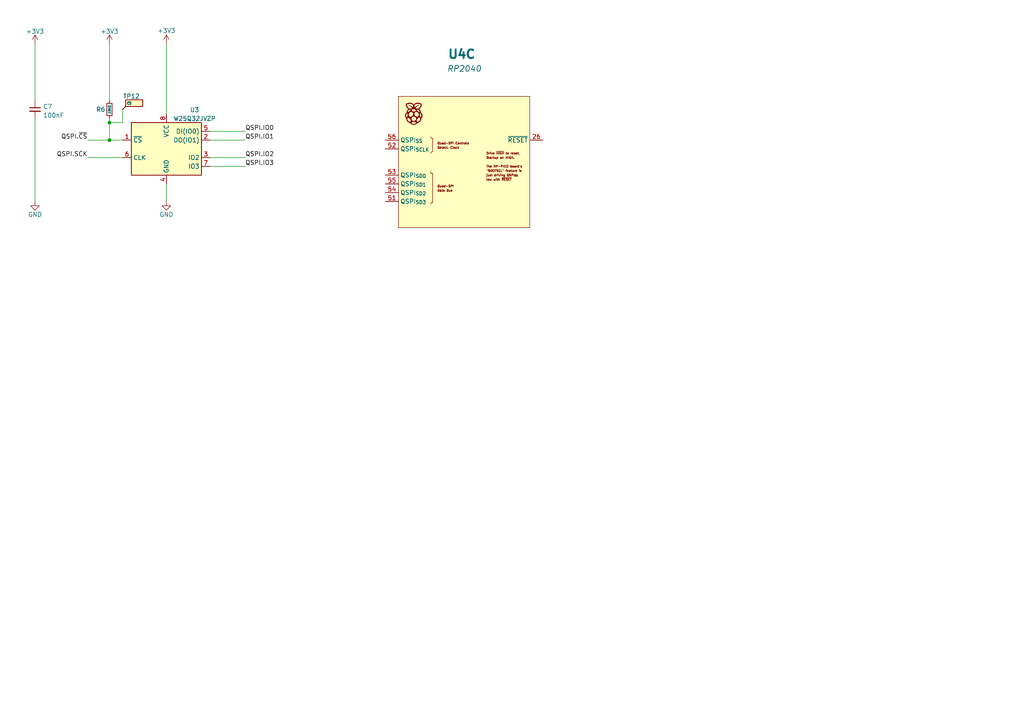
<source format=kicad_sch>
(kicad_sch (version 20211123) (generator eeschema)
  (paper "A4")
  (title_block (title "Soldering Induction (July 2022)") (date "2022-07-19") (rev "3.5.0") (company "UNSW Engineering Makerspace"))
  (lib_symbols
    (symbol "0:RP2040"
      (property "Reference" "U" (at 6.985 -3.81 0))
      (property "Value" "RP2040" (at 6.985 -6.985 0))
      (property "LCSC_PN" "C2040" (at 83.185 -34.925 0))
      (property "MFR_PN" "RP2040" (at 83.185 -36.83 0))
      (property "$AUD" "$1.5410" (at 83.185 -38.735 0))
      (symbol "RP2040_0_0"
        (polyline (pts (xy 4.445 -8.255) (xy 4.5258 -8.2414) (xy 4.6185 -8.218) (xy 4.7284 -8.1843) (xy 4.8271 -8.1487) (xy 4.9507 -8.0945) (xy 5.0636 -8.0341) (xy 5.1586 -7.9711) (xy 5.1611 -7.9691) (xy 5.2185 -7.9306) (xy 5.2846 -7.8925) (xy 5.3456 -7.8626) (xy 5.3814 -7.8469) (xy 5.497 -7.7901) (xy 5.6133 -7.7227) (xy 5.7379 -7.6404) (xy 5.7744 -7.6158) (xy 5.8377 -7.5758) (xy 5.8996 -7.5393) (xy 5.9507 -7.5119) (xy 5.9732 -7.5005) (xy 6.0996 -7.4212) (xy 6.2174 -7.322) (xy 6.3225 -7.2067) (xy 6.4105 -7.0794) (xy 6.4224 -7.0581) (xy 6.4476 -7.0058) (xy 6.4735 -6.9452) (xy 6.4976 -6.8825) (xy 6.5176 -6.8237) (xy 6.5313 -6.7751) (xy 6.5364 -6.7428) (xy 6.5388 -6.7296) (xy 6.548 -6.6949) (xy 6.5629 -6.6445) (xy 6.5823 -6.5827) (xy 6.6048 -6.514) (xy 6.6225 -6.4604) (xy 6.6427 -6.3965) (xy 6.6589 -6.3429) (xy 6.6695 -6.304) (xy 6.6734 -6.2842) (xy 6.6743 -6.2788) (xy 6.6859 -6.2523) (xy 6.7081 -6.2146) (xy 6.7372 -6.172) (xy 6.7634 -6.1349) (xy 6.8349 -6.0165) (xy 6.8854 -5.8986) (xy 6.9171 -5.7756) (xy 6.932 -5.6417) (xy 6.9332 -5.6044) (xy 6.9236 -5.4525) (xy 6.8918 -5.3047) (xy 6.839 -5.1641) (xy 6.7665 -5.0337) (xy 6.6759 -4.9167) (xy 6.5684 -4.8162) (xy 6.5511 -4.8022) (xy 6.5137 -4.7681) (xy 6.4887 -4.7349) (xy 6.473 -4.6959) (xy 6.4636 -4.6449) (xy 6.4575 -4.5754) (xy 6.4512 -4.5039) (xy 6.4235 -4.3476) (xy 6.3771 -4.2064) (xy 6.3108 -4.0785) (xy 6.2235 -3.9619) (xy 6.1142 -3.8548) (xy 5.9817 -3.7552) (xy 5.9647 -3.7437) (xy 5.9325 -3.7198) (xy 5.9141 -3.7032) (xy 5.9131 -3.6969) (xy 5.9262 -3.6943) (xy 5.9577 -3.6833) (xy 5.9964 -3.6667) (xy 6.0237 -3.6527) (xy 6.0608 -3.6245) (xy 6.0861 -3.5877) (xy 6.0956 -3.5709) (xy 6.1241 -3.5396) (xy 6.1672 -3.5174) (xy 6.2056 -3.4979) (xy 6.2521 -3.461) (xy 6.2883 -3.4178) (xy 6.3074 -3.375) (xy 6.3089 -3.3697) (xy 6.3281 -3.3387) (xy 6.3615 -3.3087) (xy 6.3682 -3.3038) (xy 6.4243 -3.2524) (xy 6.4639 -3.1947) (xy 6.4831 -3.1364) (xy 6.4849 -3.1247) (xy 6.4924 -3.0971) (xy 6.5006 -3.0861) (xy 6.507 -3.0826) (xy 6.5255 -3.0638) (xy 6.5488 -3.0343) (xy 6.5567 -3.023) (xy 6.5796 -2.9773) (xy 6.5863 -2.9298) (xy 6.5883 -2.9035) (xy 6.602 -2.8582) (xy 6.6308 -2.8039) (xy 6.6502 -2.7706) (xy 6.6653 -2.7373) (xy 6.6704 -2.7083) (xy 6.6683 -2.6746) (xy 6.6664 -2.6541) (xy 6.6696 -2.6152) (xy 6.6861 -2.5811) (xy 6.7018 -2.546) (xy 6.7104 -2.4942) (xy 6.7068 -2.4427) (xy 6.6909 -2.4021) (xy 6.6909 -2.402) (xy 6.6791 -2.3799) (xy 6.6778 -2.3557) (xy 6.6862 -2.3188) (xy 6.6955 -2.2545) (xy 6.6844 -2.1953) (xy 6.6516 -2.1475) (xy 6.6277 -2.1305) (xy 6.5888 -2.1124) (xy 6.5464 -2.0989) (xy 6.5089 -2.0925) (xy 6.4847 -2.0959) (xy 6.4823 -2.0967) (xy 6.4635 -2.0907) (xy 6.4388 -2.0718) (xy 6.4 -2.0419) (xy 6.3282 -2.0116) (xy 6.2444 -2.0012) (xy 6.2143 -2.0002) (xy 6.1698 -1.9912) (xy 6.13 -1.9701) (xy 6.0848 -1.9473) (xy 6.0261 -1.9389) (xy 6.0231 -1.9389) (xy 5.969 -1.9314) (xy 5.9192 -1.914) (xy 5.8678 -1.896) (xy 5.797 -1.8899) (xy 5.7288 -1.9023) (xy 5.7221 -1.9046) (xy 5.688 -1.9087) (xy 5.6528 -1.8961) (xy 5.6128 -1.8817) (xy 5.5465 -1.8793) (xy 5.4745 -1.8997) (xy 5.4684 -1.9022) (xy 5.4138 -1.9166) (xy 5.3509 -1.917) (xy 5.3156 -1.9154) (xy 5.2719 -1.9207) (xy 5.2298 -1.9375) (xy 5.187 -1.954) (xy 5.1116 -1.9638) (xy 5.0764 -1.9655) (xy 5.0324 -1.9764) (xy 4.9861 -2.0012) (xy 4.9623 -2.0174) (xy 4.934 -2.0405) (xy 4.9199 -2.0573) (xy 4.9037 -2.0708) (xy 4.8673 -2.0761) (xy 4.8668 -2.0761) (xy 4.8239 -2.0829) (xy 4.7845 -2.099) (xy 4.7755 -2.1048) (xy 4.7094 -2.1582) (xy 4.6425 -2.2305) (xy 4.5785 -2.3169) (xy 4.521 -2.4123) (xy 4.4737 -2.5121) (xy 4.4345 -2.6077) (xy 4.3991 -2.5196) (xy 4.3744 -2.4633) (xy 4.3194 -2.3608) (xy 4.2564 -2.2666) (xy 4.1905 -2.1889) (xy 4.1885 -2.1869) (xy 4.1328 -2.1345) (xy 4.086 -2.1003) (xy 4.0438 -2.0817) (xy 4.0016 -2.0761) (xy 3.9655 -2.0714) (xy 3.9475 -2.0577) (xy 3.9404 -2.0479) (xy 3.9166 -2.026) (xy 3.8834 -2.0016) (xy 3.8501 -1.9818) (xy 3.809 -1.9676) (xy 3.7594 -1.9638) (xy 3.7095 -1.9597) (xy 3.6409 -1.9375) (xy 3.6134 -1.9253) (xy 3.5717 -1.9162) (xy 3.5198 -1.917) (xy 3.5121 -1.9176) (xy 3.4508 -1.9157) (xy 3.3962 -1.8997) (xy 3.3473 -1.8835) (xy 3.2789 -1.8784) (xy 3.2179 -1.8961) (xy 3.2112 -1.8994) (xy 3.1773 -1.9091) (xy 3.1419 -1.9023) (xy 3.0873 -1.8908) (xy 3.0161 -1.8934) (xy 2.9515 -1.914) (xy 2.949 -1.9152) (xy 2.8983 -1.9322) (xy 2.8446 -1.9389) (xy 2.7931 -1.9451) (xy 2.7407 -1.9701) (xy 2.7192 -1.9831) (xy 2.6785 -1.9973) (xy 2.6263 -2.0012) (xy 2.5709 -2.0057) (xy 2.4953 -2.0284) (xy 2.434 -2.069) (xy 2.4076 -2.0869) (xy 2.3615 -2.0987) (xy 2.3303 -2.1008) (xy 2.2642 -2.1186) (xy 2.2146 -2.1523) (xy 2.1836 -2.1995) (xy 2.1729 -2.2579) (xy 2.1845 -2.3249) (xy 2.1927 -2.3547) (xy 2.1923 -2.3788) (xy 2.18 -2.4018) (xy 2.1662 -2.4334) (xy 2.1602 -2.484) (xy 2.1617 -2.4971) (xy 2.3344 -2.4971) (xy 2.3371 -2.4947) (xy 2.3571 -2.4929) (xy 2.3904 -2.4957) (xy 2.405 -2.4976) (xy 2.4324 -2.4991) (xy 2.444 -2.4931) (xy 2.4465 -2.4774) (xy 2.4459 -2.4725) (xy 2.4373 -2.4445) (xy 2.4203 -2.4038) (xy 2.3978 -2.3573) (xy 2.349 -2.2631) (xy 2.485 -2.2631) (xy 2.5316 -2.2626) (xy 2.5779 -2.2607) (xy 2.6094 -2.2579) (xy 2.6211 -2.2544) (xy 2.6206 -2.2525) (xy 2.6096 -2.2358) (xy 2.5884 -2.2116) (xy 2.5557 -2.1775) (xy 2.604 -2.1684) (xy 2.6315 -2.166) (xy 2.6829 -2.1678) (xy 2.7395 -2.1754) (xy 2.7869 -2.1841) (xy 2.8314 -2.1921) (xy 2.8611 -2.1975) (xy 2.8821 -2.1976) (xy 2.8954 -2.185) (xy 2.8906 -2.1608) (xy 2.8673 -2.1288) (xy 2.8393 -2.0988) (xy 2.8892 -2.1079) (xy 2.9193 -2.1142) (xy 2.9687 -2.126) (xy 3.0197 -2.1393) (xy 3.0747 -2.1518) (xy 3.1093 -2.1532) (xy 3.1219 -2.1429) (xy 3.1125 -2.121) (xy 3.0811 -2.0873) (xy 3.0705 -2.0769) (xy 3.0552 -2.0584) (xy 3.0549 -2.0511) (xy 3.0666 -2.0525) (xy 3.1018 -2.0616) (xy 3.1481 -2.0766) (xy 3.1979 -2.095) (xy 3.2437 -2.114) (xy 3.278 -2.1309) (xy 3.2958 -2.1405) (xy 3.3233 -2.1523) (xy 3.3372 -2.1538) (xy 3.3387 -2.152) (xy 3.3445 -2.1285) (xy 3.3395 -2.0987) (xy 3.3256 -2.0761) (xy 3.3154 -2.0658) (xy 3.3069 -2.0493) (xy 3.3085 -2.0467) (xy 3.3246 -2.0491) (xy 3.3541 -2.0624) (xy 3.3923 -2.0839) (xy 3.4341 -2.111) (xy 3.4748 -2.1409) (xy 3.4788 -2.1441) (xy 3.5113 -2.1688) (xy 3.5308 -2.1796) (xy 3.5429 -2.1785) (xy 3.5535 -2.1673) (xy 3.5627 -2.1455) (xy 3.5635 -2.11) (xy 3.5604 -2.0904) (xy 3.5649 -2.0819) (xy 3.5831 -2.0895) (xy 3.5843 -2.0902) (xy 3.6071 -2.1068) (xy 3.6403 -2.135) (xy 3.6769 -2.169) (xy 3.7002 -2.1914) (xy 3.726 -2.2145) (xy 3.7418 -2.2236) (xy 3.7523 -2.2211) (xy 3.7623 -2.2091) (xy 3.7711 -2.1902) (xy 3.7724 -2.1535) (xy 3.7695 -2.1401) (xy 3.772 -2.1296) (xy 3.7888 -2.136) (xy 3.7962 -2.1412) (xy 3.8208 -2.1633) (xy 3.8542 -2.197) (xy 3.8912 -2.2371) (xy 3.9109 -2.259) (xy 3.9436 -2.2931) (xy 3.9686 -2.3167) (xy 3.9815 -2.3254) (xy 3.9817 -2.3254) (xy 3.9921 -2.3142) (xy 4.0008 -2.288) (xy 4.0009 -2.2874) (xy 4.0092 -2.2614) (xy 4.0185 -2.2506) (xy 4.021 -2.2512) (xy 4.0387 -2.2657) (xy 4.0653 -2.2963) (xy 4.0976 -2.3387) (xy 4.1328 -2.3887) (xy 4.1676 -2.4418) (xy 4.199 -2.4938) (xy 4.2239 -2.5404) (xy 4.2414 -2.5781) (xy 4.2809 -2.6897) (xy 4.2981 -2.7924) (xy 4.2952 -2.8451) (xy 4.588 -2.8451) (xy 4.5922 -2.7513) (xy 4.6151 -2.6507) (xy 4.6565 -2.5453) (xy 4.716 -2.4372) (xy 4.7932 -2.3286) (xy 4.8014 -2.3185) (xy 4.8306 -2.2839) (xy 4.8535 -2.2597) (xy 4.8656 -2.2506) (xy 4.8658 -2.2506) (xy 4.8755 -2.2618) (xy 4.8842 -2.2879) (xy 4.8925 -2.3157) (xy 4.9011 -2.3305) (xy 4.9038 -2.3301) (xy 4.92 -2.3174) (xy 4.9462 -2.2909) (xy 4.978 -2.2548) (xy 4.9865 -2.2449) (xy 5.0229 -2.2044) (xy 5.0564 -2.1703) (xy 5.0806 -2.149) (xy 5.1149 -2.1242) (xy 5.1149 -2.1662) (xy 5.1183 -2.2033) (xy 5.1303 -2.2231) (xy 5.1511 -2.2196) (xy 5.1806 -2.1927) (xy 5.1926 -2.1799) (xy 5.2316 -2.144) (xy 5.2725 -2.1123) (xy 5.3265 -2.0752) (xy 5.3197 -2.1099) (xy 5.3188 -2.1352) (xy 5.3308 -2.1688) (xy 5.3411 -2.1809) (xy 5.3526 -2.1838) (xy 5.3701 -2.1738) (xy 5.3999 -2.1491) (xy 5.4299 -2.1255) (xy 5.4689 -2.0987) (xy 5.5081 -2.0747) (xy 5.5426 -2.0564) (xy 5.567 -2.0468) (xy 5.5763 -2.0488) (xy 5.5733 -2.0577) (xy 5.5576 -2.0761) (xy 5.5558 -2.0777) (xy 5.5426 -2.1021) (xy 5.5389 -2.1321) (xy 5.5465 -2.1543) (xy 5.5565 -2.154) (xy 5.5828 -2.1442) (xy 5.6182 -2.1263) (xy 5.6546 -2.1082) (xy 5.7044 -2.0875) (xy 5.7556 -2.0691) (xy 5.8002 -2.0561) (xy 5.8303 -2.0511) (xy 5.8322 -2.0531) (xy 5.8241 -2.0671) (xy 5.8031 -2.09) (xy 5.8018 -2.0913) (xy 5.772 -2.1244) (xy 5.7627 -2.1453) (xy 5.7745 -2.1545) (xy 5.808 -2.1524) (xy 5.8635 -2.1393) (xy 5.904 -2.1286) (xy 5.9547 -2.1163) (xy 5.994 -2.1079) (xy 6.0439 -2.0988) (xy 6.0158 -2.1288) (xy 5.9994 -2.1502) (xy 5.9878 -2.1806) (xy 5.9939 -2.2027) (xy 5.9941 -2.2028) (xy 6.0094 -2.2026) (xy 6.0417 -2.1969) (xy 6.0843 -2.1868) (xy 6.1175 -2.179) (xy 6.1786 -2.1691) (xy 6.2352 -2.1646) (xy 6.2808 -2.166) (xy 6.309 -2.1737) (xy 6.313 -2.1771) (xy 6.313 -2.1907) (xy 6.2934 -2.2131) (xy 6.2906 -2.2158) (xy 6.2704 -2.2381) (xy 6.2621 -2.2528) (xy 6.2707 -2.2564) (xy 6.2996 -2.2599) (xy 6.3441 -2.2622) (xy 6.3993 -2.2631) (xy 6.4469 -2.2636) (xy 6.4933 -2.2651) (xy 6.5248 -2.2675) (xy 6.5364 -2.2705) (xy 6.5363 -2.2715) (xy 6.5282 -2.2876) (xy 6.5113 -2.3133) (xy 6.5066 -2.32) (xy 6.482 -2.3617) (xy 6.4596 -2.4079) (xy 6.4434 -2.4501) (xy 6.4369 -2.4799) (xy 6.437 -2.4842) (xy 6.4417 -2.496) (xy 6.4582 -2.4992) (xy 6.4928 -2.4957) (xy 6.51 -2.4937) (xy 6.5379 -2.4926) (xy 6.5489 -2.4957) (xy 6.5484 -2.5) (xy 6.5357 -2.5262) (xy 6.5097 -2.5615) (xy 6.4748 -2.6003) (xy 6.4357 -2.6368) (xy 6.4053 -2.6633) (xy 6.3872 -2.6826) (xy 6.384 -2.6944) (xy 6.3932 -2.7028) (xy 6.3967 -2.7045) (xy 6.4259 -2.7097) (xy 6.4629 -2.7084) (xy 6.4744 -2.7069) (xy 6.4984 -2.7055) (xy 6.5042 -2.7118) (xy 6.4968 -2.7288) (xy 6.4934 -2.7342) (xy 6.473 -2.7592) (xy 6.4413 -2.7934) (xy 6.4035 -2.8309) (xy 6.388 -2.8459) (xy 6.3555 -2.8785) (xy 6.3329 -2.9031) (xy 6.3244 -2.9151) (xy 6.3257 -2.9171) (xy 6.3431 -2.922) (xy 6.3743 -2.924) (xy 6.3855 -2.9243) (xy 6.4131 -2.9281) (xy 6.4242 -2.9349) (xy 6.4241 -2.9357) (xy 6.413 -2.95) (xy 6.3876 -2.9743) (xy 6.3531 -3.0041) (xy 6.3148 -3.0351) (xy 6.2779 -3.0628) (xy 6.2476 -3.083) (xy 6.2452 -3.0845) (xy 6.2218 -3.1008) (xy 6.2122 -3.1121) (xy 6.2142 -3.1146) (xy 6.2329 -3.122) (xy 6.2652 -3.129) (xy 6.3182 -3.1378) (xy 6.2746 -3.1746) (xy 6.272 -3.1768) (xy 6.2372 -3.2016) (xy 6.1903 -3.2305) (xy 6.1406 -3.2579) (xy 6.1272 -3.2649) (xy 6.088 -3.2865) (xy 6.0605 -3.3036) (xy 6.0502 -3.3129) (xy 6.0522 -3.3157) (xy 6.071 -3.3242) (xy 6.1031 -3.3328) (xy 6.1561 -3.3441) (xy 6.0766 -3.3827) (xy 6.0338 -3.4019) (xy 5.9804 -3.4228) (xy 5.9363 -3.4368) (xy 5.9009 -3.4482) (xy 5.8793 -3.4632) (xy 5.8823 -3.4794) (xy 5.9098 -3.4972) (xy 5.9441 -3.5134) (xy 5.9067 -3.5295) (xy 5.8818 -3.5374) (xy 5.8373 -3.5467) (xy 5.7883 -3.5533) (xy 5.7759 -3.5544) (xy 5.7077 -3.5617) (xy 5.6617 -3.5688) (xy 5.6354 -3.577) (xy 5.6265 -3.5873) (xy 5.6325 -3.6009) (xy 5.6511 -3.6189) (xy 5.6676 -3.6354) (xy 5.676 -3.65) (xy 5.6753 -3.652) (xy 5.6604 -3.6568) (xy 5.625 -3.6575) (xy 5.5678 -3.654) (xy 5.4873 -3.6463) (xy 5.3611 -3.6264) (xy 5.2308 -3.5883) (xy 5.1194 -3.5343) (xy 5.0266 -3.4642) (xy 5 -3.4364) (xy 4.9637 -3.3895) (xy 4.9327 -3.3398) (xy 4.9111 -3.2943) (xy 4.9029 -3.2597) (xy 4.9049 -3.2529) (xy 4.9221 -3.228) (xy 4.9545 -3.1923) (xy 4.9989 -3.149) (xy 5.0521 -3.1009) (xy 5.111 -3.0512) (xy 5.1723 -3.0029) (xy 5.2302 -2.9597) (xy 5.331 -2.888) (xy 5.4356 -2.8183) (xy 5.5487 -2.7477) (xy 5.675 -2.6731) (xy 5.8194 -2.5915) (xy 5.8703 -2.563) (xy 5.9231 -2.5329) (xy 5.9639 -2.509) (xy 5.9895 -2.4933) (xy 5.9964 -2.4876) (xy 5.9915 -2.4888) (xy 5.9667 -2.4973) (xy 5.9253 -2.5127) (xy 5.8714 -2.5333) (xy 5.8094 -2.5576) (xy 5.7876 -2.5663) (xy 5.6111 -2.6423) (xy 5.4359 -2.7269) (xy 5.2668 -2.8176) (xy 5.1083 -2.9117) (xy 4.965 -3.0066) (xy 4.8417 -3.0998) (xy 4.8294 -3.1097) (xy 4.806 -3.1249) (xy 4.7875 -3.1264) (xy 4.764 -3.1163) (xy 4.7561 -3.112) (xy 4.7214 -3.0887) (xy 4.6862 -3.0608) (xy 4.637 -3.0039) (xy 4.6028 -2.93) (xy 4.588 -2.8451) (xy 4.2952 -2.8451) (xy 4.293 -2.8857) (xy 4.2657 -2.9688) (xy 4.2163 -3.0412) (xy 4.1448 -3.1024) (xy 4.0924 -3.1376) (xy 3.9771 -3.0511) (xy 3.8877 -2.9868) (xy 3.7038 -2.8685) (xy 3.5033 -2.7555) (xy 3.2915 -2.6509) (xy 3.0738 -2.5576) (xy 3.0412 -2.5448) (xy 2.9828 -2.5221) (xy 2.9348 -2.504) (xy 2.9013 -2.4919) (xy 2.8868 -2.4876) (xy 2.8912 -2.4916) (xy 2.9139 -2.5058) (xy 2.9524 -2.5285) (xy 3.0034 -2.5577) (xy 3.0637 -2.5915) (xy 3.1111 -2.618) (xy 3.288 -2.7201) (xy 3.4442 -2.8162) (xy 3.5821 -2.9079) (xy 3.7038 -2.9966) (xy 3.8119 -3.0841) (xy 3.9085 -3.172) (xy 3.917 -3.1803) (xy 3.9491 -3.2147) (xy 3.9717 -3.2434) (xy 3.9802 -3.2609) (xy 3.9754 -3.2861) (xy 3.9561 -3.3297) (xy 3.9261 -3.3793) (xy 3.8892 -3.4282) (xy 3.8496 -3.4702) (xy 3.8014 -3.5099) (xy 3.7189 -3.5606) (xy 3.6236 -3.5994) (xy 3.5119 -3.6277) (xy 3.3801 -3.6469) (xy 3.3468 -3.6504) (xy 3.2869 -3.656) (xy 3.2466 -3.6585) (xy 3.2223 -3.658) (xy 3.2103 -3.6543) (xy 3.2071 -3.6476) (xy 3.2123 -3.6375) (xy 3.2321 -3.6223) (xy 3.2535 -3.6062) (xy 3.2576 -3.5887) (xy 3.2405 -3.574) (xy 3.2042 -3.5639) (xy 3.151 -3.5599) (xy 3.1346 -3.5591) (xy 3.0938 -3.5541) (xy 3.0473 -3.5461) (xy 3.0027 -3.5364) (xy 2.9677 -3.5268) (xy 2.9498 -3.5187) (xy 2.9492 -3.5173) (xy 2.9586 -3.5063) (xy 2.9829 -3.4912) (xy 2.9996 -3.4817) (xy 3.0117 -3.469) (xy 3.0049 -3.4574) (xy 2.9773 -3.4448) (xy 2.9271 -3.4293) (xy 2.8965 -3.4196) (xy 2.8394 -3.3981) (xy 2.7899 -3.3757) (xy 2.7271 -3.3433) (xy 2.78 -3.3324) (xy 2.7944 -3.3291) (xy 2.822 -3.3204) (xy 2.8329 -3.3129) (xy 2.8314 -3.3106) (xy 2.8142 -3.298) (xy 2.7817 -3.2784) (xy 2.7392 -3.2551) (xy 2.7297 -3.2501) (xy 2.6802 -3.222) (xy 2.6359 -3.1941) (xy 2.6053 -3.1719) (xy 2.565 -3.1378) (xy 2.6179 -3.129) (xy 2.6321 -3.1264) (xy 2.6599 -3.1189) (xy 2.6709 -3.1121) (xy 2.6709 -3.1115) (xy 2.6597 -3.0995) (xy 2.6356 -3.083) (xy 2.6326 -3.0813) (xy 2.6013 -3.06) (xy 2.564 -3.0317) (xy 2.5259 -3.0006) (xy 2.4922 -2.9712) (xy 2.4681 -2.9479) (xy 2.459 -2.9349) (xy 2.4602 -2.9325) (xy 2.4776 -2.9264) (xy 2.5088 -2.924) (xy 2.52 -2.9237) (xy 2.5476 -2.9203) (xy 2.5587 -2.9142) (xy 2.5572 -2.9109) (xy 2.5425 -2.8929) (xy 2.5152 -2.8644) (xy 2.4797 -2.8299) (xy 2.467 -2.8178) (xy 2.4304 -2.7808) (xy 2.4016 -2.7488) (xy 2.3859 -2.7277) (xy 2.3778 -2.71) (xy 2.3832 -2.7038) (xy 2.4083 -2.7075) (xy 2.4412 -2.7102) (xy 2.4803 -2.706) (xy 2.5151 -2.6971) (xy 2.4476 -2.6362) (xy 2.4057 -2.5959) (xy 2.3685 -2.5547) (xy 2.3436 -2.5203) (xy 2.3344 -2.4971) (xy 2.1617 -2.4971) (xy 2.1663 -2.5377) (xy 2.1845 -2.5841) (xy 2.1881 -2.5903) (xy 2.2028 -2.6304) (xy 2.2022 -2.6776) (xy 2.2002 -2.7001) (xy 2.2031 -2.7294) (xy 2.2154 -2.761) (xy 2.2398 -2.8039) (xy 2.2593 -2.8384) (xy 2.2786 -2.8862) (xy 2.2844 -2.9298) (xy 2.2847 -2.9414) (xy 2.2947 -2.9874) (xy 2.3219 -3.0343) (xy 2.3362 -3.053) (xy 2.3573 -3.0768) (xy 2.3701 -3.0861) (xy 2.3728 -3.0874) (xy 2.381 -3.105) (xy 2.3876 -3.1364) (xy 2.3886 -3.1425) (xy 2.4101 -3.201) (xy 2.4516 -3.2582) (xy 2.5092 -3.3087) (xy 2.5163 -3.3138) (xy 2.5475 -3.3448) (xy 2.5633 -3.375) (xy 2.5761 -3.4074) (xy 2.6089 -3.4512) (xy 2.6536 -3.4902) (xy 2.7035 -3.5174) (xy 2.7229 -3.5257) (xy 2.759 -3.5504) (xy 2.7846 -3.5877) (xy 2.797 -3.6087) (xy 2.8275 -3.64) (xy 2.8743 -3.6667) (xy 2.9021 -3.6789) (xy 2.9366 -3.6919) (xy 2.9576 -3.6969) (xy 2.9581 -3.7006) (xy 2.9429 -3.7152) (xy 2.9127 -3.7385) (xy 2.8711 -3.7675) (xy 2.8157 -3.8065) (xy 2.6988 -3.9056) (xy 2.6033 -4.0142) (xy 2.5281 -4.1343) (xy 2.4721 -4.2677) (xy 2.4343 -4.4164) (xy 2.4135 -4.5824) (xy 2.4127 -4.5933) (xy 2.4074 -4.6429) (xy 2.6233 -4.6429) (xy 2.6237 -4.6036) (xy 2.6267 -4.5552) (xy 2.6445 -4.4323) (xy 2.6845 -4.2933) (xy 2.7433 -4.1697) (xy 2.8201 -4.0625) (xy 2.9138 -3.9726) (xy 3.0234 -3.9009) (xy 3.1479 -3.8484) (xy 3.2864 -3.8158) (xy 3.4378 -3.8043) (xy 3.4517 -3.8043) (xy 3.528 -3.8054) (xy 3.5826 -3.8095) (xy 3.6183 -3.8169) (xy 3.6377 -3.8282) (xy 3.6435 -3.844) (xy 3.6431 -3.8501) (xy 3.6292 -3.8863) (xy 3.5979 -3.9344) (xy 3.5515 -3.9924) (xy 3.5035 -4.0456) (xy 3.7852 -4.0456) (xy 3.7967 -4.0094) (xy 3.8336 -3.9482) (xy 3.8895 -3.8881) (xy 3.9608 -3.8314) (xy 4.0438 -3.7801) (xy 4.1349 -3.7364) (xy 4.2305 -3.7025) (xy 4.3268 -3.6804) (xy 4.4203 -3.6723) (xy 4.4586 -3.6737) (xy 4.5617 -3.6892) (xy 4.6706 -3.7196) (xy 4.7777 -3.7622) (xy 4.8755 -3.8142) (xy 4.944 -3.8636) (xy 5.1588 -3.8636) (xy 5.1637 -3.8428) (xy 5.1715 -3.8388) (xy 5.2031 -3.8322) (xy 5.2541 -3.827) (xy 5.3209 -3.8236) (xy 5.4371 -3.8247) (xy 5.5486 -3.8383) (xy 5.6536 -3.8663) (xy 5.7601 -3.9104) (xy 5.8381 -3.9546) (xy 5.9367 -4.0334) (xy 6.0206 -4.1289) (xy 6.0881 -4.2377) (xy 6.1371 -4.3567) (xy 6.1658 -4.4825) (xy 6.1722 -4.612) (xy 6.1713 -4.6301) (xy 6.1673 -4.6723) (xy 6.1605 -4.6953) (xy 6.1499 -4.7031) (xy 6.1362 -4.7033) (xy 6.0912 -4.6918) (xy 6.032 -4.6644) (xy 5.9607 -4.6227) (xy 5.8795 -4.5682) (xy 5.7906 -4.5026) (xy 5.6961 -4.4273) (xy 5.5981 -4.3439) (xy 5.4987 -4.2539) (xy 5.4002 -4.159) (xy 5.3278 -4.0854) (xy 5.2567 -4.0085) (xy 5.205 -3.9461) (xy 5.1724 -3.898) (xy 5.1588 -3.8636) (xy 4.944 -3.8636) (xy 4.9565 -3.8726) (xy 5.0073 -3.9243) (xy 5.0508 -3.9856) (xy 5.0794 -4.0469) (xy 5.0897 -4.1023) (xy 5.0891 -4.116) (xy 5.0718 -4.1796) (xy 5.0322 -4.2412) (xy 4.9724 -4.2974) (xy 4.9504 -4.3131) (xy 4.8725 -4.3563) (xy 4.7803 -4.3894) (xy 4.6689 -4.4143) (xy 4.666 -4.4148) (xy 4.5239 -4.4305) (xy 4.3809 -4.4299) (xy 4.2425 -4.4138) (xy 4.114 -4.3826) (xy 4.0009 -4.3371) (xy 3.9676 -4.3185) (xy 3.9018 -4.2704) (xy 3.8477 -4.2151) (xy 3.8083 -4.1565) (xy 3.7865 -4.0987) (xy 3.7852 -4.0456) (xy 3.5035 -4.0456) (xy 3.4923 -4.058) (xy 3.4227 -4.1293) (xy 3.3449 -4.204) (xy 3.2614 -4.2801) (xy 3.1743 -4.3554) (xy 3.0861 -4.4278) (xy 2.999 -4.4952) (xy 2.9154 -4.5553) (xy 2.8376 -4.6063) (xy 2.7679 -4.6458) (xy 2.7394 -4.6593) (xy 2.6867 -4.6777) (xy 2.6483 -4.6809) (xy 2.6265 -4.6684) (xy 2.6256 -4.666) (xy 2.6233 -4.6429) (xy 2.4074 -4.6429) (xy 2.4057 -4.6588) (xy 2.3944 -4.7071) (xy 2.3757 -4.7449) (xy 2.3462 -4.7789) (xy 2.3028 -4.8159) (xy 2.2792 -4.8353) (xy 2.1738 -4.9407) (xy 2.0862 -5.0615) (xy 2.0177 -5.1949) (xy 1.9693 -5.338) (xy 1.9426 -5.4879) (xy 1.9416 -5.5275) (xy 2.1507 -5.5275) (xy 2.1668 -5.397) (xy 2.2031 -5.2789) (xy 2.2606 -5.1709) (xy 2.3398 -5.071) (xy 2.3471 -5.0632) (xy 2.4187 -4.9943) (xy 2.4814 -4.9474) (xy 2.5347 -4.9229) (xy 2.5785 -4.9208) (xy 2.6124 -4.9413) (xy 2.6388 -4.9833) (xy 2.6606 -5.0491) (xy 2.6745 -5.1317) (xy 2.6811 -5.2274) (xy 2.6806 -5.3328) (xy 2.679 -5.359) (xy 2.9233 -5.359) (xy 2.9325 -5.2322) (xy 2.9632 -5.1017) (xy 3.016 -4.9695) (xy 3.0317 -4.9379) (xy 3.0601 -4.8867) (xy 3.0906 -4.8426) (xy 3.1289 -4.7979) (xy 3.1806 -4.7447) (xy 3.2634 -4.6699) (xy 3.3684 -4.5969) (xy 3.4771 -4.5464) (xy 3.5925 -4.5171) (xy 3.7174 -4.5076) (xy 3.7712 -4.5098) (xy 3.8868 -4.5311) (xy 3.9914 -4.5742) (xy 4.0834 -4.638) (xy 4.161 -4.7215) (xy 4.2226 -4.8237) (xy 4.2305 -4.8408) (xy 4.2725 -4.9635) (xy 4.2864 -5.0631) (xy 4.5817 -5.0631) (xy 4.5975 -4.9378) (xy 4.6258 -4.8405) (xy 4.6777 -4.7347) (xy 4.7468 -4.6443) (xy 4.8312 -4.5709) (xy 4.9287 -4.5163) (xy 5.0372 -4.4822) (xy 5.1548 -4.4703) (xy 5.214 -4.4721) (xy 5.2992 -4.4838) (xy 5.3834 -4.5083) (xy 5.4761 -4.5477) (xy 5.4916 -4.5553) (xy 5.5428 -4.583) (xy 5.5878 -4.6137) (xy 5.634 -4.6527) (xy 5.6887 -4.7056) (xy 5.7116 -4.7289) (xy 5.7578 -4.779) (xy 5.7929 -4.8242) (xy 5.8229 -4.8724) (xy 5.8534 -4.9315) (xy 5.8592 -4.9436) (xy 5.9131 -5.0801) (xy 5.9411 -5.2034) (xy 6.1273 -5.2034) (xy 6.1294 -5.1471) (xy 6.1333 -5.0877) (xy 6.139 -5.0436) (xy 6.1474 -5.009) (xy 6.1592 -4.9784) (xy 6.1593 -4.9781) (xy 6.1878 -4.9286) (xy 6.2197 -4.9028) (xy 6.2579 -4.8995) (xy 6.3053 -4.9175) (xy 6.3203 -4.9261) (xy 6.3771 -4.9673) (xy 6.4374 -5.022) (xy 6.4944 -5.0836) (xy 6.5415 -5.1456) (xy 6.5959 -5.246) (xy 6.6351 -5.3624) (xy 6.656 -5.4853) (xy 6.6585 -5.6105) (xy 6.6431 -5.734) (xy 6.6099 -5.8517) (xy 6.5591 -5.9594) (xy 6.4911 -6.0531) (xy 6.4686 -6.0766) (xy 6.429 -6.1077) (xy 6.3942 -6.1167) (xy 6.3604 -6.104) (xy 6.324 -6.07) (xy 6.3217 -6.0675) (xy 6.2838 -6.014) (xy 6.2496 -5.9451) (xy 6.2178 -5.8576) (xy 6.1871 -5.7483) (xy 6.1773 -5.7084) (xy 6.1449 -5.5404) (xy 6.1286 -5.3758) (xy 6.1273 -5.2034) (xy 5.9411 -5.2034) (xy 5.943 -5.2117) (xy 5.9491 -5.3395) (xy 5.9316 -5.4648) (xy 5.8924 -5.5823) (xy 5.8345 -5.6854) (xy 5.7594 -5.7723) (xy 5.6685 -5.8412) (xy 5.5633 -5.8904) (xy 5.4813 -5.912) (xy 5.3654 -5.9218) (xy 5.2483 -5.9096) (xy 5.1328 -5.8768) (xy 5.0214 -5.8247) (xy 4.917 -5.7547) (xy 4.8223 -5.668) (xy 4.7398 -5.566) (xy 4.6723 -5.4501) (xy 4.6693 -5.4438) (xy 4.6172 -5.313) (xy 4.5881 -5.1872) (xy 4.5817 -5.0631) (xy 4.2864 -5.0631) (xy 4.2901 -5.0895) (xy 4.2834 -5.2192) (xy 4.2521 -5.3531) (xy 4.1965 -5.4914) (xy 4.1817 -5.5214) (xy 4.1531 -5.5729) (xy 4.1224 -5.6175) (xy 4.0839 -5.6628) (xy 4.032 -5.7166) (xy 3.9805 -5.7653) (xy 3.8821 -5.8418) (xy 3.7813 -5.8975) (xy 3.6741 -5.935) (xy 3.6667 -5.9368) (xy 3.5717 -5.9517) (xy 3.4715 -5.9529) (xy 3.373 -5.9411) (xy 3.2831 -5.9173) (xy 3.2089 -5.8821) (xy 3.1866 -5.8673) (xy 3.0942 -5.7892) (xy 3.0212 -5.6972) (xy 2.9681 -5.5936) (xy 2.9353 -5.4802) (xy 2.9233 -5.359) (xy 2.679 -5.359) (xy 2.6737 -5.4441) (xy 2.6606 -5.5581) (xy 2.6417 -5.671) (xy 2.6176 -5.7793) (xy 2.5886 -5.8795) (xy 2.5551 -5.9681) (xy 2.5176 -6.0415) (xy 2.4764 -6.0962) (xy 2.4633 -6.109) (xy 2.4278 -6.1344) (xy 2.3955 -6.1387) (xy 2.3616 -6.1213) (xy 2.3216 -6.0818) (xy 2.2557 -5.9935) (xy 2.2017 -5.8843) (xy 2.167 -5.7616) (xy 2.151 -5.6236) (xy 2.1507 -5.5275) (xy 1.9416 -5.5275) (xy 1.9387 -5.6417) (xy 1.9389 -5.6461) (xy 1.956 -5.7875) (xy 1.9921 -5.9177) (xy 2.0491 -6.0419) (xy 2.1288 -6.1651) (xy 2.1751 -6.2386) (xy 2.2042 -6.3148) (xy 2.2055 -6.32) (xy 2.2169 -6.3616) (xy 2.2341 -6.4186) (xy 2.255 -6.4843) (xy 2.2693 -6.5276) (xy 2.5322 -6.5276) (xy 2.5346 -6.4586) (xy 2.5487 -6.3674) (xy 2.5759 -6.2964) (xy 2.6165 -6.2445) (xy 2.671 -6.2111) (xy 2.7354 -6.1948) (xy 2.8189 -6.1949) (xy 2.9088 -6.214) (xy 3.0022 -6.2503) (xy 3.0966 -6.3022) (xy 3.1891 -6.3678) (xy 3.2772 -6.4455) (xy 3.358 -6.5335) (xy 3.3778 -6.5605) (xy 3.7323 -6.5605) (xy 3.7325 -6.4527) (xy 3.7513 -6.347) (xy 3.7876 -6.2456) (xy 3.8404 -6.1507) (xy 3.9088 -6.0644) (xy 3.9916 -5.9889) (xy 4.0879 -5.9264) (xy 4.1968 -5.8789) (xy 4.3171 -5.8488) (xy 4.4478 -5.8382) (xy 4.5288 -5.842) (xy 4.6601 -5.8661) (xy 4.7821 -5.9111) (xy 4.8924 -5.9757) (xy 4.9883 -6.0587) (xy 5.0674 -6.1587) (xy 5.0986 -6.2127) (xy 5.1427 -6.3244) (xy 5.1646 -6.4409) (xy 5.1647 -6.5588) (xy 5.1434 -6.6747) (xy 5.1012 -6.7854) (xy 5.0386 -6.8875) (xy 4.956 -6.9776) (xy 4.8983 -7.0229) (xy 4.8156 -7.0741) (xy 4.7281 -7.1161) (xy 4.6925 -7.128) (xy 5.237 -7.128) (xy 5.2419 -7.0449) (xy 5.2625 -6.9297) (xy 5.3005 -6.811) (xy 5.3575 -6.6835) (xy 5.3829 -6.6353) (xy 5.4629 -6.5111) (xy 5.5607 -6.3945) (xy 5.6799 -6.2811) (xy 5.7325 -6.2374) (xy 5.8231 -6.1722) (xy 5.9062 -6.127) (xy 5.9843 -6.1007) (xy 6.0601 -6.0917) (xy 6.1005 -6.0938) (xy 6.1602 -6.1098) (xy 6.2088 -6.1436) (xy 6.2489 -6.1976) (xy 6.2836 -6.274) (xy 6.2997 -6.3299) (xy 6.3139 -6.4132) (xy 6.3221 -6.5065) (xy 6.324 -6.602) (xy 6.3192 -6.6916) (xy 6.3072 -6.7676) (xy 6.2966 -6.8071) (xy 6.2491 -6.9247) (xy 6.1813 -7.0372) (xy 6.0964 -7.1412) (xy 5.9979 -7.2336) (xy 5.8891 -7.3109) (xy 5.7734 -7.3698) (xy 5.6542 -7.4071) (xy 5.6292 -7.4122) (xy 5.5589 -7.4219) (xy 5.496 -7.4218) (xy 5.4286 -7.412) (xy 5.4189 -7.41) (xy 5.3494 -7.3859) (xy 5.2977 -7.3473) (xy 5.2624 -7.2926) (xy 5.2426 -7.2201) (xy 5.237 -7.128) (xy 4.6925 -7.128) (xy 4.6458 -7.1436) (xy 4.5331 -7.1632) (xy 4.3967 -7.1662) (xy 4.2654 -7.1466) (xy 4.1413 -7.105) (xy 4.0271 -7.0419) (xy 3.9252 -6.9581) (xy 3.8531 -6.875) (xy 3.7916 -6.7738) (xy 3.7517 -6.6682) (xy 3.7323 -6.5605) (xy 3.3778 -6.5605) (xy 3.4288 -6.63) (xy 3.487 -6.7333) (xy 3.4965 -6.7535) (xy 3.5383 -6.8522) (xy 3.5658 -6.9412) (xy 3.5812 -7.0279) (xy 3.5862 -7.1199) (xy 3.5862 -7.1338) (xy 3.585 -7.1874) (xy 3.5805 -7.2256) (xy 3.5713 -7.2564) (xy 3.5559 -7.2876) (xy 3.5457 -7.3039) (xy 3.5144 -7.3416) (xy 3.482 -7.3682) (xy 3.4596 -7.3778) (xy 3.4079 -7.3896) (xy 3.3438 -7.3963) (xy 3.2748 -7.3975) (xy 3.2085 -7.3929) (xy 3.1524 -7.3822) (xy 3.1389 -7.3782) (xy 3.0113 -7.3266) (xy 2.895 -7.2546) (xy 2.7917 -7.1645) (xy 2.7032 -7.0588) (xy 2.6313 -6.9399) (xy 2.5777 -6.8101) (xy 2.5441 -6.6718) (xy 2.5322 -6.5276) (xy 2.2693 -6.5276) (xy 2.2774 -6.5519) (xy 2.2841 -6.572) (xy 2.3038 -6.6326) (xy 2.3198 -6.6847) (xy 2.3304 -6.7233) (xy 2.3343 -6.7433) (xy 2.3357 -6.7576) (xy 2.3455 -6.7989) (xy 2.3628 -6.8533) (xy 2.3852 -6.9147) (xy 2.4104 -6.9769) (xy 2.4362 -7.0339) (xy 2.4602 -7.0794) (xy 2.4742 -7.1024) (xy 2.5655 -7.2279) (xy 2.673 -7.3406) (xy 2.7926 -7.4366) (xy 2.92 -7.5119) (xy 2.9209 -7.5123) (xy 2.98 -7.544) (xy 3.0447 -7.5825) (xy 3.1011 -7.6198) (xy 3.1457 -7.6509) (xy 3.1541 -7.6563) (xy 3.7328 -7.6563) (xy 3.7426 -7.6198) (xy 3.7695 -7.5817) (xy 3.8217 -7.537) (xy 3.8963 -7.4955) (xy 3.989 -7.4595) (xy 4.0965 -7.4299) (xy 4.2154 -7.4075) (xy 4.3424 -7.3933) (xy 4.4742 -7.3882) (xy 4.5498 -7.3899) (xy 4.6641 -7.3991) (xy 4.7716 -7.4157) (xy 4.8696 -7.4387) (xy 4.9555 -7.4672) (xy 5.0269 -7.5004) (xy 5.081 -7.5373) (xy 5.1154 -7.577) (xy 5.1274 -7.6186) (xy 5.1258 -7.6363) (xy 5.1066 -7.6884) (xy 5.0683 -7.7449) (xy 5.0143 -7.8032) (xy 4.9477 -7.8606) (xy 4.872 -7.9144) (xy 4.7903 -7.962) (xy 4.706 -8.0008) (xy 4.6224 -8.0279) (xy 4.5851 -8.036) (xy 4.5208 -8.0463) (xy 4.4552 -8.0532) (xy 4.3969 -8.0559) (xy 4.3543 -8.0537) (xy 4.3329 -8.0502) (xy 4.1858 -8.0156) (xy 4.0553 -7.9645) (xy 3.9386 -7.8956) (xy 3.8327 -7.8076) (xy 3.8154 -7.7905) (xy 3.7682 -7.7382) (xy 3.741 -7.6946) (xy 3.7328 -7.6563) (xy 3.1541 -7.6563) (xy 3.2833 -7.7398) (xy 3.4124 -7.8115) (xy 3.5376 -7.8686) (xy 3.5501 -7.8739) (xy 3.6291 -7.9168) (xy 3.7035 -7.9719) (xy 3.781 -8.0346) (xy 3.9219 -8.1279) (xy 4.0652 -8.1964) (xy 4.2109 -8.2401) (xy 4.222 -8.2425) (xy 4.2984 -8.2549) (xy 4.3709 -8.2593) (xy 4.445 -8.255)) (stroke (width 0.01)) (fill (type outline)))
      )
      (symbol "RP2040_1_1"
        (polyline (pts (xy 23.4315 -22.4155) (xy 22.7965 -21.7805) (xy 21.5265 -21.7805)))
        (polyline (pts (xy 23.4315 -20.5105) (xy 22.7965 -21.1455) (xy 21.5265 -21.1455)))
        (polyline (pts (xy 26.6065 -22.4155) (xy 27.2415 -21.7805) (xy 28.5115 -21.7805)))
        (polyline (pts (xy 26.6065 -20.5105) (xy 27.2415 -21.1455) (xy 28.5115 -21.1455)))
        (rectangle (start 0 0) (end 38.1 -38.1) (stroke (width 0.254)) (fill (type background)))
        (rectangle (start 21.5265 -19.2405) (end 17.0815 -23.6855) (fill (type background)))
        (rectangle (start 26.6065 -21.7805) (end 23.4315 -23.0505) (fill (type background)))
        (rectangle (start 26.6065 -19.8755) (end 23.4315 -21.1455) (fill (type background)))
        (text ". . ." (at 29.845 -21.717 0) (effects (font (size 0.635 0.635)) (justify bottom)))
        (text "0.15mm Space" (at 6.35 -17.78 0) (effects (font (size 0.635 0.635)) (justify left)))
        (text "0.2mm Space" (at 6.35 -24.13 0) (effects (font (size 0.635 0.635)) (justify left)))
        (text "0.345mm Trace" (at 6.35 -22.86 0) (effects (font (size 0.635 0.635)) (justify left)))
        (text "1.6mm Board" (at 6.35 -25.4 0) (effects (font (size 0.635 0.635)) (justify left)))
        (text "1mm Board" (at 6.35 -19.05 0) (effects (font (size 0.635 0.635)) (justify left)))
        (text "1mm Trace" (at 6.35 -16.51 0) (effects (font (size 0.635 0.635)) (justify left)))
        (text "2-Layer" (at 7.62 -13.97 0) (effects (font (size 0.8467 0.8467) italic) (justify top)))
        (text "27Ω" (at 24.0665 -22.4155 0) (effects (font (size 0.635 0.635)) (justify left)))
        (text "27Ω" (at 24.0665 -20.5105 0) (effects (font (size 0.635 0.635)) (justify left)))
        (text "27Ω Termination Resistors (Close to IC)" (at 6.35 -34.29 0) (effects (font (size 0.635 0.635)) (justify left)))
        (text "4-Layer" (at 7.62 -20.32 0) (effects (font (size 0.8467 0.8467) italic) (justify top)))
        (text "45Ω Impedance To Ground" (at 6.35 -31.75 0) (effects (font (size 0.635 0.635)) (justify left)))
        (text "90Ω Differential (D+,D-) Impedance" (at 6.35 -30.48 0) (effects (font (size 0.635 0.635)) (justify left)))
        (text "JLC7628 USB 2.0 Layout Rules:" (at 3.81 -12.7 0) (effects (font (size 0.8467 0.8467) bold) (justify left top)))
        (text "Length of D+ must match length of D-" (at 6.35 -33.02 0) (effects (font (size 0.635 0.635)) (justify left)))
        (text "Length ≤ 25.4mm" (at 6.35 -29.21 0) (effects (font (size 0.635 0.635)) (justify left)))
        (text "Other Rules" (at 3.81 -26.67 0) (effects (font (size 0.8467 0.8467) bold) (justify left top)))
        (text "RP2040" (at 19.304 -21.463 0) (effects (font (size 0.635 0.635) bold)))
        (text "RP2040 USB 2.0 Requirements:" (at 2.54 -10.16 0) (effects (font (size 1.27 1.27) bold) (justify left top)))
        (pin bidirectional line (at 41.91 -17.78 180) (length 3.81) (name "USB_{D}-") (number "46"))
        (pin bidirectional line (at 41.91 -25.4 180) (length 3.81) (name "USB_{D}+") (number "47"))
      )
      (symbol "RP2040_2_1"
        (polyline (pts (xy 3.5814 -15.2654) (xy 4.3688 -15.2654)) (stroke (width 0.1)))
        (polyline (pts (xy 3.9116 -15.6718) (xy 4.0386 -15.6718)) (stroke (width 0.1)))
        (polyline (pts (xy 3.9624 -15.2654) (xy 3.9624 -14.859)) (stroke (width 0.1)))
        (polyline (pts (xy 3.9624 -13.1064) (xy 3.9624 -11.7094)) (stroke (width 0.1)))
        (polyline (pts (xy 4.1656 -15.4686) (xy 3.7592 -15.4686)) (stroke (width 0.1)))
        (polyline (pts (xy 4.9784 -12.4714) (xy 4.9784 -13.6144)) (stroke (width 0.1)))
        (polyline (pts (xy 5.9944 -12.4714) (xy 5.9944 -13.6144)) (stroke (width 0.1)))
        (polyline (pts (xy 6.604 -15.1638) (xy 7.3914 -15.1638)) (stroke (width 0.1)))
        (polyline (pts (xy 6.9342 -15.5702) (xy 7.0612 -15.5702)) (stroke (width 0.1)))
        (polyline (pts (xy 7.0104 -15.1384) (xy 7.0104 -14.732)) (stroke (width 0.1)))
        (polyline (pts (xy 7.0104 -13.1064) (xy 7.0104 -11.7094)) (stroke (width 0.1)))
        (polyline (pts (xy 7.1882 -15.367) (xy 6.7818 -15.367)) (stroke (width 0.1)))
        (polyline (pts (xy 9.906 -10.033) (xy 9.906 -14.859)))
        (polyline (pts (xy 16.002 -10.414) (xy 19.939 -10.414)) (stroke (width 0.1)))
        (polyline (pts (xy 3.9624 -14.2494) (xy 3.9624 -13.1064) (xy 4.9784 -13.1064)) (stroke (width 0.1)))
        (polyline (pts (xy 7.0104 -14.2494) (xy 7.0104 -13.1064) (xy 5.9944 -13.1064)) (stroke (width 0.1)))
        (polyline (pts (xy 3.9624 -11.43) (xy 3.9624 -11.3284) (xy 3.3274 -11.3284) (xy 7.0104 -11.3284) (xy 7.0104 -11.43) (xy 7.0104 -11.3284) (xy 7.6454 -11.3284)) (stroke (width 0.5)))
        (rectangle (start 0 0) (end 25.4 -25.4) (stroke (width 0.254)) (fill (type background)))
        (rectangle (start 3.5814 -14.6304) (end 4.3434 -14.7574) (fill (type outline)))
        (rectangle (start 3.5814 -14.2494) (end 4.3434 -14.3764) (fill (type outline)))
        (rectangle (start 5.2324 -12.3444) (end 5.7404 -13.7414) (fill (type outline)))
        (rectangle (start 6.6294 -14.6304) (end 7.3914 -14.7574) (fill (type outline)))
        (rectangle (start 6.6294 -14.2494) (end 7.3914 -14.3764) (fill (type outline)))
        (rectangle (start 6.8834 -12.1158) (end 7.1374 -12.8778) (fill (type outline)))
        (arc (start 9.9068 -9.9721) (mid 10.727 -10.4367) (end 10.4813 -9.5266))
        (arc (start 10.4764 -15.3686) (mid 10.7291 -14.4537) (end 9.9049 -14.9241))
        (arc (start 15.8073 -11.7475) (mid 19.0338 -10.414) (end 15.8073 -9.0805))
        (arc (start 20.2607 -9.0805) (mid 17.0342 -10.414) (end 20.2607 -11.7475))
        (text "12.000 MHz" (at 12.192 -23.114 0) (effects (font (size 0.635 0.635))))
        (text "C_{LOAD} =" (at 11.049 -10.541 0) (effects (font (size 0.635 0.635) italic) (justify left)))
        (text "C_{L}" (at 3.2004 -14.7574 0) (effects (font (size 0.635 0.635) bold) (justify right)))
        (text "C_{L}^{'} + C_{R}^{'}" (at 15.748 -11.049 0) (effects (font (size 0.635 0.635) italic) (justify left)))
        (text "C_{L}^{'} = C_{L} + C_{pcbL} + C_{pin}" (at 11.049 -12.827 0) (effects (font (size 0.635 0.635) italic) (justify left)))
        (text "C_{L}^{'} x C_{R}^{'}" (at 15.748 -9.779 0) (effects (font (size 0.635 0.635) italic) (justify left)))
        (text "C_{R}" (at 7.6454 -14.7574 0) (effects (font (size 0.635 0.635) bold) (justify left)))
        (text "C_{R}^{'} = C_{R} + C_{pcbR} + C_{pin}" (at 11.049 -14.605 0) (effects (font (size 0.635 0.635) italic) (justify left)))
        (text "Ensure XTAL ESR " (at 8.255 -19.304 0) (effects (font (size 0.635 0.635) italic) (justify left)))
        (text "is accounted for" (at 8.255 -19.685 0) (effects (font (size 0.635 0.635) italic) (justify left top)))
        (text "R_{Adj}" (at 7.2898 -12.954 0) (effects (font (size 0.635 0.635) bold) (justify left)))
        (text "Solve for C_{L} = C_{R}" (at 8.255 -17.78 0) (effects (font (size 0.635 0.635) italic) (justify left)))
        (text "Y" (at 4.4704 -12.2174 0) (effects (font (size 0.3175 0.3175) bold) (justify left)))
        (text "Δf(%) ≤ 50" (at 12.192 -21.844 0) (effects (font (size 0.635 0.635))))
        (pin input line (at 5.08 -29.21 90) (length 3.81) (name "X_{IN}") (number "20"))
        (pin passive line (at 20.32 -29.21 90) (length 3.81) (name "X_{OUT}") (number "21"))
      )
      (symbol "RP2040_3_1"
        (polyline (pts (xy 9.906 -30.734) (xy 9.907 -22.416)))
        (polyline (pts (xy 9.906 -16.002) (xy 9.906 -12.192)))
        (rectangle (start 0 0) (end 38.1 -38.1) (fill (type background)))
        (arc (start 9.3315 -11.7465) (mid 9.0857 -12.6483) (end 9.906 -12.192))
        (arc (start 9.3325 -21.9705) (mid 9.0919 -22.8761) (end 9.907 -22.416))
        (arc (start 9.906 -16.067) (mid 9.0841 -15.5973) (end 9.3345 -16.5115))
        (arc (start 9.907 -30.798) (mid 9.0828 -30.3293) (end 9.3355 -31.2425))
        (text "\"BOOTSEL\" feature is" (at 25.4 -21.59 0) (effects (font (size 0.635 0.635)) (justify left)))
        (text "Data Bus" (at 11.176 -27.305 0) (effects (font (size 0.635 0.635) italic) (justify left)))
        (text "Drive ~{HIGH} to reset, " (at 25.4 -16.51 0) (effects (font (size 0.635 0.635)) (justify left)))
        (text "just driving QSPI_{SS}" (at 25.4 -22.86 0) (effects (font (size 0.635 0.635)) (justify left)))
        (text "low with ~{RESET}" (at 25.4 -24.13 0) (effects (font (size 0.635 0.635)) (justify left)))
        (text "Quad-SPI" (at 11.176 -26.035 0) (effects (font (size 0.635 0.635) italic) (justify left)))
        (text "Quad-SPI Controls" (at 11.176 -13.589 0) (effects (font (size 0.635 0.635) italic) (justify left)))
        (text "Select, Clock" (at 11.176 -14.859 0) (effects (font (size 0.635 0.635) italic) (justify left)))
        (text "Startup on HIGH." (at 25.4 -17.78 0) (effects (font (size 0.635 0.635)) (justify left)))
        (text "The RP-PICO board's" (at 25.4 -20.32 0) (effects (font (size 0.635 0.635)) (justify left)))
        (pin input line (at 41.91 -12.7 180) (length 3.81) (name "~{RESET}") (number "26"))
        (pin bidirectional line (at -3.81 -30.48 0) (length 3.81) (name "QSPI_{SD3}") (number "51"))
        (pin output line (at -3.81 -15.24 0) (length 3.81) (name "QSPI_{SCLK}") (number "52"))
        (pin bidirectional line (at -3.81 -22.86 0) (length 3.81) (name "QSPI_{SD0}") (number "53"))
        (pin bidirectional line (at -3.81 -27.94 0) (length 3.81) (name "QSPI_{SD2}") (number "54"))
        (pin bidirectional line (at -3.81 -25.4 0) (length 3.81) (name "QSPI_{SD1}") (number "55"))
        (pin bidirectional line (at -3.81 -12.7 0) (length 3.81) (name "QSPI_{SS}") (number "56"))
      )
      (symbol "RP2040_4_1"
        (rectangle (start 0 0) (end 25.4 -63.5) (fill (type background)))
        (pin power_in line (at -3.81 -30.48 0) (length 3.81) (name "IOVDD") (number "1"))
        (pin power_in line (at -3.81 -33.02 0) (length 3.81) (name "IOVDD") (number "10"))
        (pin power_in line (at -3.81 -35.56 0) (length 3.81) (name "IOVDD") (number "22"))
        (pin power_in line (at -3.81 -49.53 0) (length 3.81) (name "DVDD") (number "23"))
        (pin power_in line (at -3.81 -38.1 0) (length 3.81) (name "IOVDD") (number "33"))
        (pin power_in line (at -3.81 -40.64 0) (length 3.81) (name "IOVDD") (number "42"))
        (pin power_in line (at -3.81 -57.15 0) (length 3.81) (name "ADC_AVDD") (number "43"))
        (pin power_in line (at -3.81 -13.97 0) (length 3.81) (name "VREG_IN") (number "44"))
        (pin power_out line (at -3.81 -16.51 0) (length 3.81) (name "VREG_VOUT") (number "45"))
        (pin power_in line (at -3.81 -25.4 0) (length 3.81) (name "USB_VDD") (number "48"))
        (pin power_in line (at -3.81 -43.18 0) (length 3.81) (name "IOVDD") (number "49"))
        (pin passive line (at -3.81 -52.07 0) (length 3.81) (name "DVDD") (number "50"))
        (pin power_in line (at 19.05 -67.31 90) (length 3.81) (name "GND") (number "57"))
      )
      (symbol "RP2040_5_1"
        (rectangle (start 0 0) (end 25.4 -101.6) (fill (type background)))
        (text "GPIO" (at 9.525 -48.26 900) (effects (font (size 5.08 5.08) bold)))
        (pin bidirectional line (at 27.94 -28.194 180) (length 2.54) (name "GPIO8") (number "11"))
        (pin bidirectional line (at 27.94 -30.734 180) (length 2.54) (name "GPIO9") (number "12"))
        (pin bidirectional line (at 27.94 -33.274 180) (length 2.54) (name "GPIO10") (number "13"))
        (pin bidirectional line (at 27.94 -35.814 180) (length 2.54) (name "GPIO11") (number "14"))
        (pin bidirectional line (at 27.94 -38.354 180) (length 2.54) (name "GPIO12") (number "15"))
        (pin bidirectional line (at 27.94 -40.894 180) (length 2.54) (name "GPIO13") (number "16"))
        (pin bidirectional line (at 27.94 -43.434 180) (length 2.54) (name "GPIO14") (number "17"))
        (pin bidirectional line (at 27.94 -45.974 180) (length 2.54) (name "GPIO15") (number "18"))
        (pin bidirectional line (at 27.94 -5.08 180) (length 2.54) (name "GPIO0") (number "2"))
        (pin bidirectional line (at 27.94 -50.8 180) (length 2.54) (name "GPIO16") (number "27"))
        (pin bidirectional line (at 27.94 -53.34 180) (length 2.54) (name "GPIO17") (number "28"))
        (pin bidirectional line (at 27.94 -55.88 180) (length 2.54) (name "GPIO18") (number "29"))
        (pin bidirectional line (at 27.94 -7.62 180) (length 2.54) (name "GPIO1") (number "3"))
        (pin bidirectional line (at 27.94 -58.42 180) (length 2.54) (name "GPIO19") (number "30"))
        (pin bidirectional line (at 27.94 -60.96 180) (length 2.54) (name "GPIO20") (number "31"))
        (pin bidirectional line (at 27.94 -63.5 180) (length 2.54) (name "GPIO21") (number "32"))
        (pin bidirectional line (at 27.94 -68.58 180) (length 2.54) (name "GPIO22") (number "34"))
        (pin bidirectional line (at 27.94 -71.12 180) (length 2.54) (name "GPIO23") (number "35"))
        (pin bidirectional line (at 27.94 -73.66 180) (length 2.54) (name "GPIO24") (number "36"))
        (pin bidirectional line (at 27.94 -76.2 180) (length 2.54) (name "GPIO25") (number "37"))
        (pin bidirectional line (at 27.94 -89.408 180) (length 2.54) (name "GPIO26/ADC_{0}") (number "38"))
        (pin bidirectional line (at 27.94 -91.948 180) (length 2.54) (name "GPIO27/ADC_{1}") (number "39"))
        (pin bidirectional line (at 27.94 -10.16 180) (length 2.54) (name "GPIO2") (number "4"))
        (pin bidirectional line (at 27.94 -94.488 180) (length 2.54) (name "GPIO28/ADC_{2}") (number "40"))
        (pin bidirectional line (at 27.94 -97.028 180) (length 2.54) (name "GPIO29/ADC_{3}") (number "41"))
        (pin bidirectional line (at 27.94 -12.7 180) (length 2.54) (name "GPIO3") (number "5"))
        (pin bidirectional line (at 27.94 -15.24 180) (length 2.54) (name "GPIO4") (number "6"))
        (pin bidirectional line (at 27.94 -17.78 180) (length 2.54) (name "GPIO5") (number "7"))
        (pin bidirectional line (at 27.94 -20.32 180) (length 2.54) (name "GPIO6") (number "8"))
        (pin bidirectional line (at 27.94 -22.86 180) (length 2.54) (name "GPIO7") (number "9"))
      )
      (symbol "RP2040_6_1"
        (rectangle (start 0 0) (end 25.4 -25.4) (fill (type background)))
        (pin unspecified line (at -2.54 -21.59 0) (length 2.54) (name "TESTEN") (number "19"))
        (pin unspecified line (at -2.54 -11.43 0) (length 2.54) (name "SWCLK") (number "24"))
        (pin bidirectional line (at -2.54 -15.24 0) (length 2.54) (name "SWDIO") (number "25"))
      )
    )
    (symbol "4ms_Power-symbol:GND" (power) (pin_names (offset 0))
      (property "Value" "GND" (at 0 -3.81 0))
      (symbol "GND_0_1"
        (polyline (pts (xy 0 0) (xy 0 -1.27) (xy 1.27 -1.27) (xy 0 -2.54) (xy -1.27 -1.27) (xy 0 -1.27)))
      )
      (symbol "GND_1_1"
        (pin power_in line (at 0 0 270) (length 0) hide (name "GND") (number "1"))
      )
    )
    (symbol "Connector:TestPoint_Flag" (pin_numbers hide) (pin_names (offset 0.762) hide)
      (property "Reference" "TP" (at 3.429 1.778 0))
      (property "Value" "TestPoint_Flag" (at 3.302 4.191 0))
      (symbol "TestPoint_Flag_0_1"
        (polyline (pts (xy 0 0) (xy 0.889 0.889)) (stroke (width 0.254)))
        (rectangle (start 0.889 2.794) (end 5.842 0.889) (stroke (width 0.254)) (fill (type background)))
      )
      (symbol "TestPoint_Flag_1_1"
        (pin passive line (at 0 0 90) (length 0) (name "1") (number "1"))
      )
    )
    (symbol "Device:C_Small" (pin_numbers hide) (pin_names (offset 0.254) hide)
      (property "Reference" "C" (at 0.254 1.778 0))
      (property "Value" "C_Small" (at 0.254 -2.032 0))
      (symbol "C_Small_0_1"
        (polyline (pts (xy -1.524 -0.508) (xy 1.524 -0.508)) (stroke (width 0.3302)))
        (polyline (pts (xy -1.524 0.508) (xy 1.524 0.508)) (stroke (width 0.3048)))
      )
      (symbol "C_Small_1_1"
        (pin passive line (at 0 2.54 270) (length 2.032) (name "~") (number "1"))
        (pin passive line (at 0 -2.54 90) (length 2.032) (name "~") (number "2"))
      )
    )
    (symbol "Device:R_Small" (pin_numbers hide) (pin_names (offset 0.254) hide)
      (property "Reference" "R" (at 0.762 0.508 0))
      (property "Value" "R_Small" (at 0.762 -1.016 0))
      (symbol "R_Small_0_1"
        (rectangle (start -0.762 1.778) (end 0.762 -1.778) (stroke (width 0.2032)))
      )
      (symbol "R_Small_1_1"
        (pin passive line (at 0 2.54 270) (length 0.762) (name "~") (number "1"))
        (pin passive line (at 0 -2.54 90) (length 0.762) (name "~") (number "2"))
      )
    )
    (symbol "Memory_Flash:W25Q128JVS"
      (property "Reference" "U" (at -8.89 8.89 0))
      (property "Value" "W25Q128JVS" (at 7.62 8.89 0))
      (symbol "W25Q128JVS_0_1"
        (rectangle (start -10.16 7.62) (end 10.16 -7.62) (stroke (width 0.254)) (fill (type background)))
      )
      (symbol "W25Q128JVS_1_1"
        (pin input line (at -12.7 2.54 0) (length 2.54) (name "~{CS}") (number "1"))
        (pin bidirectional line (at 12.7 2.54 180) (length 2.54) (name "DO(IO1)") (number "2"))
        (pin bidirectional line (at 12.7 -2.54 180) (length 2.54) (name "IO2") (number "3"))
        (pin power_in line (at 0 -10.16 90) (length 2.54) (name "GND") (number "4"))
        (pin bidirectional line (at 12.7 5.08 180) (length 2.54) (name "DI(IO0)") (number "5"))
        (pin input line (at -12.7 -2.54 0) (length 2.54) (name "CLK") (number "6"))
        (pin bidirectional line (at 12.7 -5.08 180) (length 2.54) (name "IO3") (number "7"))
        (pin power_in line (at 0 10.16 270) (length 2.54) (name "VCC") (number "8"))
      )
    )
    (symbol "power:+3V3" (power) (pin_names (offset 0))
      (property "Value" "+3V3" (at 0 3.556 0))
      (symbol "+3V3_0_1"
        (polyline (pts (xy -0.762 1.27) (xy 0 2.54)))
        (polyline (pts (xy 0 0) (xy 0 2.54)))
        (polyline (pts (xy 0 2.54) (xy 0.762 1.27)))
      )
      (symbol "+3V3_1_1"
        (pin power_in line (at 0 0 90) (length 0) hide (name "+3V3") (number "1"))
      )
    )
  )
  (bus_alias "QSPI" (members "~{CS}" "SCK" "IO0" "IO1" "IO2" "IO3"))
  (junction (at 31.75 40.64))
  (junction (at 31.75 35.56))
  (wire (pts (xy 60.96 48.26) (xy 71.12 48.26)))
  (wire (pts (xy 31.75 40.64) (xy 35.56 40.64)))
  (wire (pts (xy 60.96 45.72) (xy 71.12 45.72)))
  (wire (pts (xy 31.75 12.7) (xy 31.75 29.21)))
  (wire (pts (xy 60.96 38.1) (xy 71.12 38.1)))
  (wire (pts (xy 60.96 40.64) (xy 71.12 40.64)))
  (wire (pts (xy 35.56 35.56) (xy 31.75 35.56)))
  (wire (pts (xy 48.26 53.34) (xy 48.26 58.42)))
  (wire (pts (xy 10.16 34.29) (xy 10.16 58.42)))
  (wire (pts (xy 10.16 12.7) (xy 10.16 29.21)))
  (wire (pts (xy 25.4 45.72) (xy 35.56 45.72)))
  (wire (pts (xy 25.4 40.64) (xy 31.75 40.64)))
  (wire (pts (xy 35.56 31.75) (xy 35.56 35.56)))
  (wire (pts (xy 31.75 34.29) (xy 31.75 35.56)))
  (wire (pts (xy 48.26 12.7) (xy 48.26 33.02)))
  (wire (pts (xy 31.75 35.56) (xy 31.75 40.64)))
  (label "QSPI.~{CS}" (at 25.4 40.64 180))
  (label "QSPI.IO0" (at 71.12 38.1 0))
  (label "QSPI.IO3" (at 71.12 48.26 0))
  (label "QSPI.IO1" (at 71.12 40.64 0))
  (label "QSPI.SCK" (at 25.4 45.72 180))
  (label "QSPI.IO2" (at 71.12 45.72 0))
  (symbol (lib_id "Memory_Flash:W25Q128JVS") (at 48.26 43.18 0) (unit 1)
    (property "Reference" "U3" (at 56.4366 31.8602 0))
    (property "Value" "W25Q32JVZP" (at 56.4366 34.3971 0))
    (property "Footprint" "0:FLASH-SOIC-8" (effects hide))
    (property "Datasheet" "http://www.winbond.com/resource-files/w25q128jv_dtr%20revc%2003272018%20plus.pdf" (effects hide))
  )
  (symbol (lib_id "0:RP2040") (at 115.57 27.94 0) (unit 3)
    (property "Reference" "U4" (at 129.5955 15.7099 0) (effects (font (size 2.54 2.54) bold) (justify left)))
    (property "Value" "RP2040" (at 129.5955 19.9115 0) (effects (font (size 1.6933 1.6933) italic) (justify left)))
    (property "Footprint" "Package_DFN_QFN:QFN-56-1EP_7x7mm_P0.4mm_EP3.2x3.2mm" (effects hide))
    (property "Datasheet" "https://datasheets.raspberrypi.com/rp2040/rp2040-datasheet.pdf" (effects hide))
    (property "SYM_AUTHOR" "Michael Lloyd" (effects hide))
  )
  (symbol (lib_id "Connector:TestPoint_Flag") (at 35.56 31.75 0) (unit 1)
    (property "Reference" "TP12" (at 38.1 27.94 0))
    (property "Value" "~{CS}" (at 36.8081 29.5879 0) (effects (font (size 0.635 0.635)) (justify left top)))
    (property "Footprint" "0:Testpoint_Custom" (effects hide))
  )
  (symbol (lib_id "power:+3V3") (at 48.26 12.7 0) (unit 1)
    (property "Reference" "#PWR?" (effects hide))
    (property "Value" "+3V3" (at 48.26 8.89 0))
  )
  (symbol (lib_id "4ms_Power-symbol:GND") (at 48.26 58.42 0) (unit 1)
    (property "Reference" "#PWR?" (effects hide))
    (property "Value" "GND" (at 48.26 62.23 0))
  )
  (symbol (lib_id "4ms_Power-symbol:GND") (at 10.16 58.42 0) (unit 1)
    (property "Reference" "#PWR?" (effects hide))
    (property "Value" "GND" (at 10.16 62.23 0))
  )
  (symbol (lib_id "power:+3V3") (at 10.16 12.7 0) (unit 1)
    (property "Reference" "#PWR?" (effects hide))
    (property "Value" "+3V3" (at 10.16 9.1242 0))
  )
  (symbol (lib_id "Device:R_Small") (at 31.75 31.75 180) (unit 1)
    (property "Reference" "R6" (at 29.21 31.75 0))
    (property "Value" "10kΩ" (at 31.75 31.75 90) (effects (font (size 0.635 0.635))))
    (property "Footprint" "Resistor_SMD:R_0603_1608Metric" (effects hide))
    (property "Datasheet" "https://datasheet.lcsc.com/lcsc/1811141735_Ever-Ohms-Tech-CR0603J13K0P05Z_C245188.pdf" (effects hide))
  )
  (symbol (lib_id "Device:C_Small") (at 10.16 31.75 0) (unit 1)
    (property "Reference" "C7" (at 12.4841 30.9216 0) (effects (justify left)))
    (property "Value" "100nF" (at 12.4841 33.4585 0) (effects (justify left)))
    (property "Footprint" "Capacitor_SMD:C_0603_1608Metric" (effects hide))
  )
  (symbol (lib_id "power:+3V3") (at 31.75 12.7 0) (unit 1)
    (property "Reference" "#PWR?" (effects hide))
    (property "Value" "+3V3" (at 31.75 9.1242 0))
  )
)
</source>
